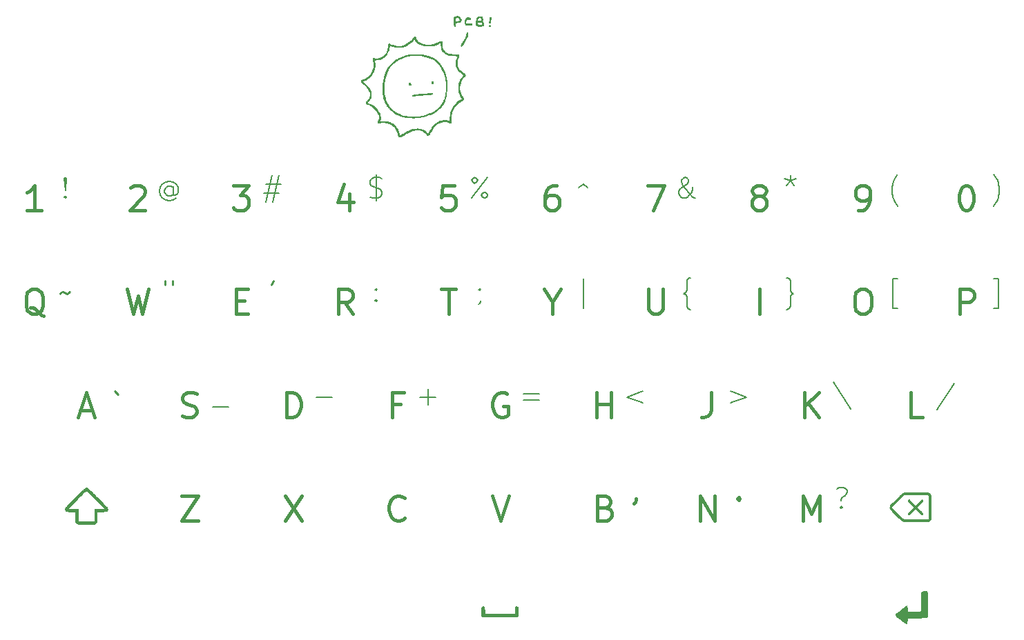
<source format=gbr>
%TF.GenerationSoftware,KiCad,Pcbnew,(6.0.1)*%
%TF.CreationDate,2022-06-29T12:54:24+01:00*%
%TF.ProjectId,Keyboard_mouse,4b657962-6f61-4726-945f-6d6f7573652e,rev?*%
%TF.SameCoordinates,Original*%
%TF.FileFunction,Legend,Top*%
%TF.FilePolarity,Positive*%
%FSLAX46Y46*%
G04 Gerber Fmt 4.6, Leading zero omitted, Abs format (unit mm)*
G04 Created by KiCad (PCBNEW (6.0.1)) date 2022-06-29 12:54:24*
%MOMM*%
%LPD*%
G01*
G04 APERTURE LIST*
%ADD10C,0.381000*%
%ADD11C,0.150000*%
%ADD12C,0.254000*%
G04 APERTURE END LIST*
D10*
X160419142Y-120758857D02*
X160419142Y-117710857D01*
X162160857Y-120758857D01*
X162160857Y-117710857D01*
X109474000Y-117710857D02*
X111506000Y-120758857D01*
X111506000Y-117710857D02*
X109474000Y-120758857D01*
X180049714Y-92310857D02*
X180630285Y-92310857D01*
X180920571Y-92456000D01*
X181210857Y-92746285D01*
X181356000Y-93326857D01*
X181356000Y-94342857D01*
X181210857Y-94923428D01*
X180920571Y-95213714D01*
X180630285Y-95358857D01*
X180049714Y-95358857D01*
X179759428Y-95213714D01*
X179469142Y-94923428D01*
X179324000Y-94342857D01*
X179324000Y-93326857D01*
X179469142Y-92746285D01*
X179759428Y-92456000D01*
X180049714Y-92310857D01*
D11*
X170966190Y-94826666D02*
X171087142Y-94826666D01*
X171329047Y-94705714D01*
X171450000Y-94463809D01*
X171450000Y-93254285D01*
X171570952Y-93012380D01*
X171812857Y-92891428D01*
X171570952Y-92770476D01*
X171450000Y-92528571D01*
X171450000Y-91319047D01*
X171329047Y-91077142D01*
X171087142Y-90956190D01*
X170966190Y-90956190D01*
D10*
X165100000Y-117928571D02*
X165245142Y-118073714D01*
X165100000Y-118218857D01*
X164954857Y-118073714D01*
X165100000Y-117928571D01*
X165100000Y-118218857D01*
X117420571Y-80626857D02*
X117420571Y-82658857D01*
X116694857Y-79465714D02*
X115969142Y-81642857D01*
X117856000Y-81642857D01*
X179759428Y-82658857D02*
X180340000Y-82658857D01*
X180630285Y-82513714D01*
X180775428Y-82368571D01*
X181065714Y-81933142D01*
X181210857Y-81352571D01*
X181210857Y-80191428D01*
X181065714Y-79901142D01*
X180920571Y-79756000D01*
X180630285Y-79610857D01*
X180049714Y-79610857D01*
X179759428Y-79756000D01*
X179614285Y-79901142D01*
X179469142Y-80191428D01*
X179469142Y-80917142D01*
X179614285Y-81207428D01*
X179759428Y-81352571D01*
X180049714Y-81497714D01*
X180630285Y-81497714D01*
X180920571Y-81352571D01*
X181065714Y-81207428D01*
X181210857Y-80917142D01*
X167349714Y-80917142D02*
X167059428Y-80772000D01*
X166914285Y-80626857D01*
X166769142Y-80336571D01*
X166769142Y-80191428D01*
X166914285Y-79901142D01*
X167059428Y-79756000D01*
X167349714Y-79610857D01*
X167930285Y-79610857D01*
X168220571Y-79756000D01*
X168365714Y-79901142D01*
X168510857Y-80191428D01*
X168510857Y-80336571D01*
X168365714Y-80626857D01*
X168220571Y-80772000D01*
X167930285Y-80917142D01*
X167349714Y-80917142D01*
X167059428Y-81062285D01*
X166914285Y-81207428D01*
X166769142Y-81497714D01*
X166769142Y-82078285D01*
X166914285Y-82368571D01*
X167059428Y-82513714D01*
X167349714Y-82658857D01*
X167930285Y-82658857D01*
X168220571Y-82513714D01*
X168365714Y-82368571D01*
X168510857Y-82078285D01*
X168510857Y-81497714D01*
X168365714Y-81207428D01*
X168220571Y-81062285D01*
X167930285Y-80917142D01*
X84364285Y-107188000D02*
X85815714Y-107188000D01*
X84074000Y-108058857D02*
X85090000Y-105010857D01*
X86106000Y-108058857D01*
X187633428Y-108058857D02*
X186182000Y-108058857D01*
X186182000Y-105010857D01*
X103486857Y-93762285D02*
X104502857Y-93762285D01*
X104938285Y-95358857D02*
X103486857Y-95358857D01*
X103486857Y-92310857D01*
X104938285Y-92310857D01*
X90133714Y-92310857D02*
X90859428Y-95358857D01*
X91440000Y-93181714D01*
X92020571Y-95358857D01*
X92746285Y-92310857D01*
D11*
X100632380Y-106800952D02*
X102567619Y-106800952D01*
D10*
X154069142Y-92310857D02*
X154069142Y-94778285D01*
X154214285Y-95068571D01*
X154359428Y-95213714D01*
X154649714Y-95358857D01*
X155230285Y-95358857D01*
X155520571Y-95213714D01*
X155665714Y-95068571D01*
X155810857Y-94778285D01*
X155810857Y-92310857D01*
D11*
X119924285Y-81038095D02*
X120287142Y-81159047D01*
X120891904Y-81159047D01*
X121133809Y-81038095D01*
X121254761Y-80917142D01*
X121375714Y-80675238D01*
X121375714Y-80433333D01*
X121254761Y-80191428D01*
X121133809Y-80070476D01*
X120891904Y-79949523D01*
X120408095Y-79828571D01*
X120166190Y-79707619D01*
X120045238Y-79586666D01*
X119924285Y-79344761D01*
X119924285Y-79102857D01*
X120045238Y-78860952D01*
X120166190Y-78740000D01*
X120408095Y-78619047D01*
X121012857Y-78619047D01*
X121375714Y-78740000D01*
X120650000Y-78256190D02*
X120650000Y-81521904D01*
D10*
X103124000Y-79610857D02*
X105010857Y-79610857D01*
X103994857Y-80772000D01*
X104430285Y-80772000D01*
X104720571Y-80917142D01*
X104865714Y-81062285D01*
X105010857Y-81352571D01*
X105010857Y-82078285D01*
X104865714Y-82368571D01*
X104720571Y-82513714D01*
X104430285Y-82658857D01*
X103559428Y-82658857D01*
X103269142Y-82513714D01*
X103124000Y-82368571D01*
X167640000Y-95358857D02*
X167640000Y-92310857D01*
X109691714Y-108058857D02*
X109691714Y-105010857D01*
X110417428Y-105010857D01*
X110852857Y-105156000D01*
X111143142Y-105446285D01*
X111288285Y-105736571D01*
X111433428Y-106317142D01*
X111433428Y-106752571D01*
X111288285Y-107333142D01*
X111143142Y-107623428D01*
X110852857Y-107913714D01*
X110417428Y-108058857D01*
X109691714Y-108058857D01*
D11*
X196366190Y-94705714D02*
X196970952Y-94705714D01*
X196970952Y-91077142D01*
X196366190Y-91077142D01*
X177679047Y-119017142D02*
X177800000Y-119138095D01*
X177679047Y-119259047D01*
X177558095Y-119138095D01*
X177679047Y-119017142D01*
X177679047Y-119259047D01*
X177195238Y-116840000D02*
X177437142Y-116719047D01*
X178041904Y-116719047D01*
X178283809Y-116840000D01*
X178404761Y-117081904D01*
X178404761Y-117323809D01*
X178283809Y-117565714D01*
X178162857Y-117686666D01*
X177920952Y-117807619D01*
X177800000Y-117928571D01*
X177679047Y-118170476D01*
X177679047Y-118291428D01*
X191588571Y-103898095D02*
X189411428Y-107163809D01*
D12*
X81884761Y-92891428D02*
X82005714Y-92770476D01*
X82247619Y-92649523D01*
X82731428Y-92891428D01*
X82973333Y-92770476D01*
X83094285Y-92649523D01*
D10*
X79901142Y-95649142D02*
X79610857Y-95504000D01*
X79320571Y-95213714D01*
X78885142Y-94778285D01*
X78594857Y-94633142D01*
X78304571Y-94633142D01*
X78449714Y-95358857D02*
X78159428Y-95213714D01*
X77869142Y-94923428D01*
X77724000Y-94342857D01*
X77724000Y-93326857D01*
X77869142Y-92746285D01*
X78159428Y-92456000D01*
X78449714Y-92310857D01*
X79030285Y-92310857D01*
X79320571Y-92456000D01*
X79610857Y-92746285D01*
X79756000Y-93326857D01*
X79756000Y-94342857D01*
X79610857Y-94923428D01*
X79320571Y-95213714D01*
X79030285Y-95358857D01*
X78449714Y-95358857D01*
X124133428Y-120468571D02*
X123988285Y-120613714D01*
X123552857Y-120758857D01*
X123262571Y-120758857D01*
X122827142Y-120613714D01*
X122536857Y-120323428D01*
X122391714Y-120033142D01*
X122246571Y-119452571D01*
X122246571Y-119017142D01*
X122391714Y-118436571D01*
X122536857Y-118146285D01*
X122827142Y-117856000D01*
X123262571Y-117710857D01*
X123552857Y-117710857D01*
X123988285Y-117856000D01*
X124133428Y-118001142D01*
D11*
X138732380Y-105228571D02*
X140667619Y-105228571D01*
X140667619Y-105954285D02*
X138732380Y-105954285D01*
X176711428Y-103777142D02*
X178888571Y-107042857D01*
D10*
X130265714Y-79610857D02*
X128814285Y-79610857D01*
X128669142Y-81062285D01*
X128814285Y-80917142D01*
X129104571Y-80772000D01*
X129830285Y-80772000D01*
X130120571Y-80917142D01*
X130265714Y-81062285D01*
X130410857Y-81352571D01*
X130410857Y-82078285D01*
X130265714Y-82368571D01*
X130120571Y-82513714D01*
X129830285Y-82658857D01*
X129104571Y-82658857D01*
X128814285Y-82513714D01*
X128669142Y-82368571D01*
D12*
X94766190Y-91319047D02*
X94766190Y-91802857D01*
X95733809Y-91319047D02*
X95733809Y-91802857D01*
X108070952Y-91319047D02*
X107829047Y-91802857D01*
D10*
X173191714Y-108058857D02*
X173191714Y-105010857D01*
X174933428Y-108058857D02*
X173627142Y-106317142D01*
X174933428Y-105010857D02*
X173191714Y-106752571D01*
D11*
X145469428Y-79901142D02*
X146050000Y-79465714D01*
X146630571Y-79901142D01*
X159233809Y-94826666D02*
X159112857Y-94826666D01*
X158870952Y-94705714D01*
X158750000Y-94463809D01*
X158750000Y-93254285D01*
X158629047Y-93012380D01*
X158387142Y-92891428D01*
X158629047Y-92770476D01*
X158750000Y-92528571D01*
X158750000Y-91319047D01*
X158870952Y-91077142D01*
X159112857Y-90956190D01*
X159233809Y-90956190D01*
D10*
X161725428Y-105010857D02*
X161725428Y-107188000D01*
X161580285Y-107623428D01*
X161290000Y-107913714D01*
X160854571Y-108058857D01*
X160564285Y-108058857D01*
X96774000Y-117710857D02*
X98806000Y-117710857D01*
X96774000Y-120758857D01*
X98806000Y-120758857D01*
X152545142Y-118073714D02*
X152545142Y-118218857D01*
X152400000Y-118509142D01*
X152254857Y-118654285D01*
X192894857Y-79610857D02*
X193185142Y-79610857D01*
X193475428Y-79756000D01*
X193620571Y-79901142D01*
X193765714Y-80191428D01*
X193910857Y-80772000D01*
X193910857Y-81497714D01*
X193765714Y-82078285D01*
X193620571Y-82368571D01*
X193475428Y-82513714D01*
X193185142Y-82658857D01*
X192894857Y-82658857D01*
X192604571Y-82513714D01*
X192459428Y-82368571D01*
X192314285Y-82078285D01*
X192169142Y-81497714D01*
X192169142Y-80772000D01*
X192314285Y-80191428D01*
X192459428Y-79901142D01*
X192604571Y-79756000D01*
X192894857Y-79610857D01*
X142820571Y-79610857D02*
X142240000Y-79610857D01*
X141949714Y-79756000D01*
X141804571Y-79901142D01*
X141514285Y-80336571D01*
X141369142Y-80917142D01*
X141369142Y-82078285D01*
X141514285Y-82368571D01*
X141659428Y-82513714D01*
X141949714Y-82658857D01*
X142530285Y-82658857D01*
X142820571Y-82513714D01*
X142965714Y-82368571D01*
X143110857Y-82078285D01*
X143110857Y-81352571D01*
X142965714Y-81062285D01*
X142820571Y-80917142D01*
X142530285Y-80772000D01*
X141949714Y-80772000D01*
X141659428Y-80917142D01*
X141514285Y-81062285D01*
X141369142Y-81352571D01*
D11*
X184633809Y-94705714D02*
X184029047Y-94705714D01*
X184029047Y-91077142D01*
X184633809Y-91077142D01*
D12*
X88609714Y-104865714D02*
X89045142Y-105301142D01*
D11*
X164132380Y-104865714D02*
X166067619Y-105591428D01*
X164132380Y-106317142D01*
X146050000Y-94705714D02*
X146050000Y-91077142D01*
D10*
X142240000Y-93907428D02*
X142240000Y-95358857D01*
X141224000Y-92310857D02*
X142240000Y-93907428D01*
X143256000Y-92310857D01*
X172974000Y-120758857D02*
X172974000Y-117710857D01*
X173990000Y-119888000D01*
X175006000Y-117710857D01*
X175006000Y-120758857D01*
X148807714Y-119162285D02*
X149243142Y-119307428D01*
X149388285Y-119452571D01*
X149533428Y-119742857D01*
X149533428Y-120178285D01*
X149388285Y-120468571D01*
X149243142Y-120613714D01*
X148952857Y-120758857D01*
X147791714Y-120758857D01*
X147791714Y-117710857D01*
X148807714Y-117710857D01*
X149098000Y-117856000D01*
X149243142Y-118001142D01*
X149388285Y-118291428D01*
X149388285Y-118581714D01*
X149243142Y-118872000D01*
X149098000Y-119017142D01*
X148807714Y-119162285D01*
X147791714Y-119162285D01*
X96919142Y-107913714D02*
X97354571Y-108058857D01*
X98080285Y-108058857D01*
X98370571Y-107913714D01*
X98515714Y-107768571D01*
X98660857Y-107478285D01*
X98660857Y-107188000D01*
X98515714Y-106897714D01*
X98370571Y-106752571D01*
X98080285Y-106607428D01*
X97499714Y-106462285D01*
X97209428Y-106317142D01*
X97064285Y-106172000D01*
X96919142Y-105881714D01*
X96919142Y-105591428D01*
X97064285Y-105301142D01*
X97209428Y-105156000D01*
X97499714Y-105010857D01*
X98225428Y-105010857D01*
X98660857Y-105156000D01*
X153924000Y-79610857D02*
X155956000Y-79610857D01*
X154649714Y-82658857D01*
D11*
X82550000Y-80917142D02*
X82670952Y-81038095D01*
X82550000Y-81159047D01*
X82429047Y-81038095D01*
X82550000Y-80917142D01*
X82550000Y-81159047D01*
X82550000Y-80191428D02*
X82429047Y-78740000D01*
X82550000Y-78619047D01*
X82670952Y-78740000D01*
X82550000Y-80191428D01*
X82550000Y-78619047D01*
X133470952Y-93738095D02*
X133470952Y-93859047D01*
X133350000Y-94100952D01*
X133229047Y-94221904D01*
X133350000Y-92286666D02*
X133470952Y-92407619D01*
X133350000Y-92528571D01*
X133229047Y-92407619D01*
X133350000Y-92286666D01*
X133350000Y-92528571D01*
X184633809Y-82126666D02*
X184512857Y-82005714D01*
X184270952Y-81642857D01*
X184150000Y-81400952D01*
X184029047Y-81038095D01*
X183908095Y-80433333D01*
X183908095Y-79949523D01*
X184029047Y-79344761D01*
X184150000Y-78981904D01*
X184270952Y-78740000D01*
X184512857Y-78377142D01*
X184633809Y-78256190D01*
D10*
X117783428Y-95358857D02*
X116767428Y-93907428D01*
X116041714Y-95358857D02*
X116041714Y-92310857D01*
X117202857Y-92310857D01*
X117493142Y-92456000D01*
X117638285Y-92601142D01*
X117783428Y-92891428D01*
X117783428Y-93326857D01*
X117638285Y-93617142D01*
X117493142Y-93762285D01*
X117202857Y-93907428D01*
X116041714Y-93907428D01*
X136688285Y-105156000D02*
X136398000Y-105010857D01*
X135962571Y-105010857D01*
X135527142Y-105156000D01*
X135236857Y-105446285D01*
X135091714Y-105736571D01*
X134946571Y-106317142D01*
X134946571Y-106752571D01*
X135091714Y-107333142D01*
X135236857Y-107623428D01*
X135527142Y-107913714D01*
X135962571Y-108058857D01*
X136252857Y-108058857D01*
X136688285Y-107913714D01*
X136833428Y-107768571D01*
X136833428Y-106752571D01*
X136252857Y-106752571D01*
D11*
X120650000Y-93617142D02*
X120770952Y-93738095D01*
X120650000Y-93859047D01*
X120529047Y-93738095D01*
X120650000Y-93617142D01*
X120650000Y-93859047D01*
X120650000Y-92286666D02*
X120770952Y-92407619D01*
X120650000Y-92528571D01*
X120529047Y-92407619D01*
X120650000Y-92286666D01*
X120650000Y-92528571D01*
D10*
X128669142Y-92310857D02*
X130410857Y-92310857D01*
X129540000Y-95358857D02*
X129540000Y-92310857D01*
D11*
X196366190Y-82126666D02*
X196487142Y-82005714D01*
X196729047Y-81642857D01*
X196850000Y-81400952D01*
X196970952Y-81038095D01*
X197091904Y-80433333D01*
X197091904Y-79949523D01*
X196970952Y-79344761D01*
X196850000Y-78981904D01*
X196729047Y-78740000D01*
X196487142Y-78377142D01*
X196366190Y-78256190D01*
X107163809Y-79465714D02*
X108978095Y-79465714D01*
X107889523Y-78377142D02*
X107163809Y-81642857D01*
X108736190Y-80554285D02*
X106921904Y-80554285D01*
X108010476Y-81642857D02*
X108736190Y-78377142D01*
D10*
X134874000Y-117710857D02*
X135890000Y-120758857D01*
X136906000Y-117710857D01*
X192241714Y-95358857D02*
X192241714Y-92310857D01*
X193402857Y-92310857D01*
X193693142Y-92456000D01*
X193838285Y-92601142D01*
X193983428Y-92891428D01*
X193983428Y-93326857D01*
X193838285Y-93617142D01*
X193693142Y-93762285D01*
X193402857Y-93907428D01*
X192241714Y-93907428D01*
D11*
X132382380Y-81159047D02*
X134317619Y-78619047D01*
X132745238Y-78619047D02*
X132987142Y-78740000D01*
X133108095Y-78981904D01*
X132987142Y-79223809D01*
X132745238Y-79344761D01*
X132503333Y-79223809D01*
X132382380Y-78981904D01*
X132503333Y-78740000D01*
X132745238Y-78619047D01*
X134196666Y-81038095D02*
X134317619Y-80796190D01*
X134196666Y-80554285D01*
X133954761Y-80433333D01*
X133712857Y-80554285D01*
X133591904Y-80796190D01*
X133712857Y-81038095D01*
X133954761Y-81159047D01*
X134196666Y-81038095D01*
D10*
X79610857Y-82658857D02*
X77869142Y-82658857D01*
X78740000Y-82658857D02*
X78740000Y-79610857D01*
X78449714Y-80046285D01*
X78159428Y-80336571D01*
X77869142Y-80481714D01*
D11*
X95794285Y-79949523D02*
X95673333Y-79828571D01*
X95431428Y-79707619D01*
X95189523Y-79707619D01*
X94947619Y-79828571D01*
X94826666Y-79949523D01*
X94705714Y-80191428D01*
X94705714Y-80433333D01*
X94826666Y-80675238D01*
X94947619Y-80796190D01*
X95189523Y-80917142D01*
X95431428Y-80917142D01*
X95673333Y-80796190D01*
X95794285Y-80675238D01*
X95794285Y-79707619D02*
X95794285Y-80675238D01*
X95915238Y-80796190D01*
X96036190Y-80796190D01*
X96278095Y-80675238D01*
X96399047Y-80433333D01*
X96399047Y-79828571D01*
X96157142Y-79465714D01*
X95794285Y-79223809D01*
X95310476Y-79102857D01*
X94826666Y-79223809D01*
X94463809Y-79465714D01*
X94221904Y-79828571D01*
X94100952Y-80312380D01*
X94221904Y-80796190D01*
X94463809Y-81159047D01*
X94826666Y-81400952D01*
X95310476Y-81521904D01*
X95794285Y-81400952D01*
X96157142Y-81159047D01*
X113332380Y-105591428D02*
X115267619Y-105591428D01*
D10*
X90569142Y-79901142D02*
X90714285Y-79756000D01*
X91004571Y-79610857D01*
X91730285Y-79610857D01*
X92020571Y-79756000D01*
X92165714Y-79901142D01*
X92310857Y-80191428D01*
X92310857Y-80481714D01*
X92165714Y-80917142D01*
X90424000Y-82658857D01*
X92310857Y-82658857D01*
D11*
X159838571Y-81159047D02*
X159717619Y-81159047D01*
X159475714Y-81038095D01*
X159112857Y-80675238D01*
X158508095Y-79949523D01*
X158266190Y-79586666D01*
X158145238Y-79223809D01*
X158145238Y-78981904D01*
X158266190Y-78740000D01*
X158508095Y-78619047D01*
X158629047Y-78619047D01*
X158870952Y-78740000D01*
X158991904Y-78981904D01*
X158991904Y-79102857D01*
X158870952Y-79344761D01*
X158750000Y-79465714D01*
X158024285Y-79949523D01*
X157903333Y-80070476D01*
X157782380Y-80312380D01*
X157782380Y-80675238D01*
X157903333Y-80917142D01*
X158024285Y-81038095D01*
X158266190Y-81159047D01*
X158629047Y-81159047D01*
X158870952Y-81038095D01*
X158991904Y-80917142D01*
X159354761Y-80433333D01*
X159475714Y-80070476D01*
X159475714Y-79828571D01*
X126032380Y-105591428D02*
X127967619Y-105591428D01*
X127000000Y-106559047D02*
X127000000Y-104623809D01*
X153367619Y-104865714D02*
X151432380Y-105591428D01*
X153367619Y-106317142D01*
D10*
X147719142Y-108058857D02*
X147719142Y-105010857D01*
X147719142Y-106462285D02*
X149460857Y-106462285D01*
X149460857Y-108058857D02*
X149460857Y-105010857D01*
X123625428Y-106462285D02*
X122609428Y-106462285D01*
X122609428Y-108058857D02*
X122609428Y-105010857D01*
X124060857Y-105010857D01*
D11*
X171450000Y-78340857D02*
X171450000Y-79066571D01*
X170724285Y-78776285D02*
X171450000Y-79066571D01*
X172175714Y-78776285D01*
X171014571Y-79647142D02*
X171450000Y-79066571D01*
X171885428Y-79647142D01*
%TO.C,REF\u002A\u002A*%
G36*
X133899606Y-131301634D02*
G01*
X133916300Y-131310860D01*
X133946719Y-131330909D01*
X133970273Y-131352391D01*
X133987966Y-131379838D01*
X134000798Y-131417780D01*
X134009773Y-131470751D01*
X134015892Y-131543281D01*
X134020158Y-131639904D01*
X134023573Y-131765150D01*
X134024367Y-131799515D01*
X134032925Y-132176065D01*
X137678612Y-132176065D01*
X137687170Y-131799515D01*
X137690530Y-131666822D01*
X137694504Y-131563827D01*
X137700093Y-131485998D01*
X137708301Y-131428803D01*
X137720129Y-131387710D01*
X137736579Y-131358186D01*
X137758654Y-131335701D01*
X137787356Y-131315721D01*
X137795237Y-131310860D01*
X137873084Y-131281729D01*
X137953319Y-131283115D01*
X138027699Y-131312995D01*
X138087979Y-131369348D01*
X138098644Y-131385285D01*
X138108125Y-131402742D01*
X138115627Y-131423165D01*
X138121381Y-131450523D01*
X138125616Y-131488786D01*
X138128562Y-131541921D01*
X138130449Y-131613897D01*
X138131506Y-131708685D01*
X138131965Y-131830253D01*
X138132055Y-131962116D01*
X138131933Y-132110450D01*
X138131414Y-132228523D01*
X138130267Y-132320302D01*
X138128262Y-132389756D01*
X138125171Y-132440855D01*
X138120762Y-132477567D01*
X138114807Y-132503862D01*
X138107074Y-132523708D01*
X138098644Y-132538947D01*
X138089795Y-132554679D01*
X138082250Y-132568808D01*
X138074223Y-132581419D01*
X138063925Y-132592598D01*
X138049566Y-132602431D01*
X138029358Y-132611003D01*
X138001513Y-132618401D01*
X137964243Y-132624711D01*
X137915758Y-132630017D01*
X137854270Y-132634406D01*
X137777990Y-132637964D01*
X137685130Y-132640776D01*
X137573902Y-132642929D01*
X137442516Y-132644507D01*
X137289184Y-132645597D01*
X137112118Y-132646284D01*
X136909529Y-132646655D01*
X136679628Y-132646795D01*
X136420628Y-132646790D01*
X136130738Y-132646725D01*
X135852339Y-132646688D01*
X135539777Y-132646667D01*
X135259620Y-132646607D01*
X135010042Y-132646478D01*
X134789218Y-132646253D01*
X134595320Y-132645903D01*
X134426523Y-132645400D01*
X134281000Y-132644716D01*
X134156925Y-132643823D01*
X134052471Y-132642692D01*
X133965813Y-132641296D01*
X133895124Y-132639605D01*
X133838579Y-132637592D01*
X133794349Y-132635228D01*
X133760611Y-132632485D01*
X133735536Y-132629336D01*
X133717299Y-132625751D01*
X133704074Y-132621703D01*
X133694034Y-132617163D01*
X133687158Y-132613213D01*
X133658300Y-132594576D01*
X133635110Y-132575059D01*
X133616970Y-132550902D01*
X133603262Y-132518348D01*
X133593366Y-132473637D01*
X133586664Y-132413010D01*
X133582538Y-132332708D01*
X133580368Y-132228971D01*
X133579535Y-132098042D01*
X133579417Y-131958687D01*
X133579559Y-131810875D01*
X133580100Y-131693309D01*
X133581272Y-131602005D01*
X133583307Y-131532979D01*
X133586440Y-131482245D01*
X133590901Y-131445818D01*
X133596924Y-131419715D01*
X133604741Y-131399949D01*
X133612892Y-131385285D01*
X133668914Y-131323317D01*
X133740869Y-131287371D01*
X133820514Y-131279469D01*
X133899606Y-131301634D01*
G37*
G36*
X127641761Y-66833790D02*
G01*
X127705246Y-66845434D01*
X127734683Y-66876248D01*
X127746356Y-66944795D01*
X127747130Y-66953910D01*
X127744578Y-67037160D01*
X127726538Y-67099407D01*
X127721804Y-67106310D01*
X127672082Y-67133286D01*
X127596078Y-67146993D01*
X127522014Y-67144827D01*
X127481581Y-67128475D01*
X127464395Y-67079510D01*
X127462868Y-67001703D01*
X127474812Y-66921461D01*
X127498043Y-66865189D01*
X127503875Y-66859115D01*
X127560451Y-66837624D01*
X127639404Y-66833575D01*
X127641761Y-66833790D01*
G37*
G36*
X130278261Y-58877945D02*
G01*
X130397767Y-58837286D01*
X130544908Y-58817294D01*
X130693000Y-58819587D01*
X130814381Y-58845410D01*
X130949312Y-58920323D01*
X131053169Y-59024446D01*
X131121610Y-59146833D01*
X131150293Y-59276533D01*
X131134876Y-59402600D01*
X131076873Y-59507321D01*
X131007467Y-59574536D01*
X130923570Y-59620801D01*
X130810892Y-59651647D01*
X130655142Y-59672606D01*
X130648114Y-59673288D01*
X130452171Y-59692105D01*
X130448452Y-59827681D01*
X130444543Y-59972228D01*
X130440287Y-60068749D01*
X130432746Y-60127217D01*
X130418983Y-60157606D01*
X130396058Y-60169888D01*
X130361035Y-60174037D01*
X130346038Y-60175349D01*
X130277448Y-60173818D01*
X130238147Y-60157846D01*
X130237618Y-60157056D01*
X130228738Y-60123769D01*
X130219629Y-60050162D01*
X130210036Y-59932668D01*
X130199707Y-59767717D01*
X130188389Y-59551741D01*
X130176293Y-59291602D01*
X130175859Y-59281842D01*
X130395634Y-59281842D01*
X130395946Y-59365960D01*
X130406947Y-59425365D01*
X130413466Y-59435904D01*
X130462314Y-59452627D01*
X130546965Y-59455415D01*
X130647293Y-59445905D01*
X130743171Y-59425736D01*
X130800429Y-59404411D01*
X130883211Y-59346291D01*
X130908706Y-59281068D01*
X130877558Y-59204997D01*
X130841950Y-59162771D01*
X130735568Y-59077938D01*
X130628231Y-59037974D01*
X130529989Y-59043555D01*
X130450894Y-59095354D01*
X130423808Y-59134699D01*
X130405193Y-59196818D01*
X130395634Y-59281842D01*
X130175859Y-59281842D01*
X130160620Y-58939263D01*
X130278261Y-58877945D01*
G37*
G36*
X124897958Y-66997432D02*
G01*
X124960661Y-67059383D01*
X124987629Y-67145441D01*
X124973658Y-67241538D01*
X124930854Y-67314579D01*
X124877324Y-67342063D01*
X124797583Y-67349838D01*
X124720096Y-67337722D01*
X124681291Y-67316193D01*
X124652658Y-67252434D01*
X124649468Y-67158068D01*
X124672253Y-67054925D01*
X124674767Y-67048117D01*
X124707024Y-66995549D01*
X124762992Y-66975471D01*
X124804726Y-66973656D01*
X124897958Y-66997432D01*
G37*
G36*
X132093226Y-58952768D02*
G01*
X132193208Y-59009197D01*
X132255145Y-59073439D01*
X132276305Y-59136987D01*
X132275263Y-59176112D01*
X132259404Y-59242070D01*
X132217625Y-59270232D01*
X132184061Y-59276003D01*
X132099168Y-59265760D01*
X132048815Y-59237607D01*
X132006060Y-59207466D01*
X131962726Y-59209838D01*
X131911382Y-59233517D01*
X131830546Y-59283838D01*
X131779462Y-59344189D01*
X131743049Y-59434943D01*
X131731180Y-59476906D01*
X131713381Y-59589102D01*
X131727233Y-59654353D01*
X131792783Y-59720015D01*
X131895514Y-59758774D01*
X132018686Y-59765251D01*
X132056547Y-59760197D01*
X132169598Y-59744923D01*
X132290183Y-59735417D01*
X132310000Y-59734677D01*
X132390560Y-59734930D01*
X132430038Y-59749023D01*
X132445344Y-59788010D01*
X132449776Y-59826061D01*
X132449349Y-59891682D01*
X132421758Y-59930997D01*
X132356366Y-59963947D01*
X132260434Y-59989339D01*
X132132724Y-60003752D01*
X131991206Y-60007372D01*
X131853849Y-60000380D01*
X131738623Y-59982960D01*
X131666009Y-59956910D01*
X131573027Y-59865509D01*
X131517543Y-59730328D01*
X131499831Y-59552142D01*
X131501728Y-59493774D01*
X131513659Y-59371128D01*
X131538048Y-59280309D01*
X131583043Y-59195246D01*
X131605662Y-59161292D01*
X131712607Y-59043740D01*
X131836670Y-58967949D01*
X131967120Y-58936700D01*
X132093226Y-58952768D01*
G37*
G36*
X134684114Y-59941814D02*
G01*
X134702565Y-59987022D01*
X134704857Y-60035827D01*
X134699316Y-60104968D01*
X134672462Y-60135558D01*
X134616728Y-60146060D01*
X134547895Y-60146012D01*
X134507871Y-60133965D01*
X134487896Y-60079845D01*
X134495396Y-60008616D01*
X134526691Y-59952159D01*
X134529088Y-59950068D01*
X134590142Y-59925927D01*
X134637945Y-59924742D01*
X134684114Y-59941814D01*
G37*
G36*
X131885941Y-60815027D02*
G01*
X131922963Y-60855518D01*
X131944710Y-60908965D01*
X131962899Y-60992333D01*
X131960906Y-61061274D01*
X131958566Y-61068622D01*
X131940552Y-61142004D01*
X131934668Y-61200579D01*
X131916957Y-61298146D01*
X131871691Y-61432148D01*
X131804599Y-61591449D01*
X131721407Y-61764912D01*
X131627842Y-61941400D01*
X131529631Y-62109779D01*
X131432501Y-62258910D01*
X131342178Y-62377658D01*
X131312125Y-62411146D01*
X131220632Y-62502418D01*
X131154924Y-62553920D01*
X131104792Y-62571434D01*
X131060025Y-62560739D01*
X131053764Y-62557409D01*
X131009851Y-62506131D01*
X131016860Y-62429406D01*
X131074945Y-62326516D01*
X131114833Y-62275056D01*
X131308974Y-62014859D01*
X131472147Y-61745136D01*
X131599569Y-61475902D01*
X131686459Y-61217169D01*
X131726787Y-60993770D01*
X131737281Y-60892501D01*
X131750087Y-60836035D01*
X131772110Y-60811300D01*
X131810256Y-60805223D01*
X131826470Y-60805085D01*
X131885941Y-60815027D01*
G37*
G36*
X121452176Y-67711653D02*
G01*
X121456455Y-67488379D01*
X121465303Y-67278577D01*
X121478695Y-67096515D01*
X121483572Y-67049641D01*
X121501252Y-66908014D01*
X121522034Y-66776098D01*
X121548721Y-66641067D01*
X121584116Y-66490091D01*
X121631020Y-66310345D01*
X121692236Y-66088998D01*
X121697601Y-66069944D01*
X121775903Y-65802591D01*
X121848895Y-65582001D01*
X121922372Y-65397952D01*
X122002128Y-65240220D01*
X122093957Y-65098582D01*
X122203653Y-64962817D01*
X122337010Y-64822702D01*
X122483828Y-64682784D01*
X122593370Y-64580343D01*
X122699915Y-64478889D01*
X122788227Y-64393013D01*
X122826950Y-64354189D01*
X122921973Y-64271966D01*
X123035147Y-64194371D01*
X123084652Y-64166791D01*
X123189799Y-64110568D01*
X123291851Y-64050637D01*
X123333341Y-64023916D01*
X123431734Y-63969466D01*
X123538450Y-63927212D01*
X123551209Y-63923545D01*
X123647267Y-63892388D01*
X123760808Y-63848361D01*
X123815741Y-63824472D01*
X123970312Y-63760591D01*
X124153984Y-63694964D01*
X124346974Y-63633806D01*
X124529500Y-63583332D01*
X124681781Y-63549756D01*
X124699964Y-63546693D01*
X124783296Y-63538045D01*
X124913824Y-63530279D01*
X125080692Y-63523771D01*
X125273041Y-63518894D01*
X125480014Y-63516024D01*
X125605727Y-63515423D01*
X125829129Y-63515357D01*
X126004613Y-63516326D01*
X126142318Y-63519164D01*
X126252384Y-63524705D01*
X126344949Y-63533783D01*
X126430152Y-63547232D01*
X126518132Y-63565887D01*
X126619028Y-63590581D01*
X126666742Y-63602711D01*
X126819613Y-63642826D01*
X126958487Y-63682221D01*
X127098053Y-63725588D01*
X127252997Y-63777616D01*
X127438007Y-63842995D01*
X127578343Y-63893779D01*
X127675291Y-63936948D01*
X127789571Y-63998898D01*
X127868628Y-64048061D01*
X127974110Y-64125230D01*
X128094766Y-64223986D01*
X128220147Y-64334547D01*
X128339804Y-64447133D01*
X128443290Y-64551964D01*
X128520154Y-64639257D01*
X128556596Y-64692056D01*
X128603891Y-64768551D01*
X128670453Y-64858873D01*
X128702751Y-64898113D01*
X128755879Y-64972826D01*
X128824780Y-65088159D01*
X128902939Y-65231122D01*
X128983839Y-65388727D01*
X129060967Y-65547985D01*
X129127807Y-65695906D01*
X129177843Y-65819501D01*
X129201448Y-65892342D01*
X129229142Y-66000902D01*
X129256576Y-66108704D01*
X129260605Y-66124570D01*
X129308477Y-66336246D01*
X129344288Y-66551639D01*
X129369189Y-66782835D01*
X129384332Y-67041916D01*
X129390868Y-67340967D01*
X129391299Y-67496170D01*
X129382327Y-67929982D01*
X129357101Y-68310000D01*
X129315345Y-68638249D01*
X129256782Y-68916749D01*
X129181135Y-69147526D01*
X129157597Y-69202242D01*
X129119678Y-69289899D01*
X129094339Y-69357053D01*
X129087828Y-69382984D01*
X129072551Y-69418892D01*
X129032176Y-69488431D01*
X128974883Y-69577661D01*
X128964457Y-69593183D01*
X128819115Y-69803006D01*
X128692547Y-69972611D01*
X128575463Y-70112602D01*
X128458570Y-70233584D01*
X128332578Y-70346161D01*
X128237478Y-70422923D01*
X128101223Y-70525456D01*
X127955170Y-70628678D01*
X127808643Y-70726707D01*
X127670967Y-70813660D01*
X127551465Y-70883655D01*
X127459462Y-70930810D01*
X127404280Y-70949242D01*
X127403152Y-70949294D01*
X127355625Y-70958942D01*
X127270250Y-70983323D01*
X127163826Y-71017566D01*
X127141895Y-71025032D01*
X126918943Y-71099633D01*
X126716807Y-71163351D01*
X126543075Y-71214020D01*
X126405334Y-71249471D01*
X126311173Y-71267537D01*
X126286571Y-71269417D01*
X126216280Y-71274665D01*
X126109912Y-71288042D01*
X125988433Y-71306851D01*
X125967257Y-71310488D01*
X125743146Y-71340673D01*
X125487673Y-71360600D01*
X125224040Y-71369385D01*
X124975452Y-71366147D01*
X124806114Y-71354625D01*
X124532266Y-71323514D01*
X124284728Y-71288871D01*
X124071848Y-71252107D01*
X123901974Y-71214632D01*
X123802684Y-71185101D01*
X123614965Y-71116381D01*
X123465527Y-71058060D01*
X123359727Y-71012344D01*
X123302922Y-70981437D01*
X123298080Y-70977392D01*
X123246885Y-70953725D01*
X123219910Y-70950570D01*
X123164217Y-70936638D01*
X123085991Y-70901780D01*
X123058802Y-70886929D01*
X123001739Y-70846953D01*
X122914625Y-70777420D01*
X122806859Y-70686713D01*
X122687838Y-70583219D01*
X122566963Y-70475321D01*
X122453631Y-70371403D01*
X122357243Y-70279851D01*
X122287197Y-70209048D01*
X122253626Y-70168662D01*
X122218867Y-70124432D01*
X122157017Y-70057189D01*
X122101226Y-70000967D01*
X122034357Y-69930427D01*
X121988866Y-69872241D01*
X121975828Y-69844315D01*
X121960694Y-69803873D01*
X121921154Y-69731906D01*
X121869826Y-69650251D01*
X121790017Y-69505774D01*
X121709780Y-69316676D01*
X121633418Y-69096202D01*
X121565232Y-68857596D01*
X121509526Y-68614102D01*
X121481218Y-68454113D01*
X121466986Y-68319630D01*
X121457417Y-68141546D01*
X121452771Y-67946034D01*
X121690419Y-67946034D01*
X121694049Y-68101287D01*
X121702972Y-68236673D01*
X121717593Y-68364875D01*
X121726199Y-68423989D01*
X121770528Y-68650656D01*
X121833159Y-68885966D01*
X121908923Y-69114975D01*
X121992652Y-69322739D01*
X122079175Y-69494314D01*
X122117690Y-69555800D01*
X122175836Y-69643033D01*
X122218321Y-69710681D01*
X122236863Y-69745491D01*
X122237085Y-69746802D01*
X122256817Y-69789830D01*
X122310853Y-69864066D01*
X122391456Y-69960675D01*
X122490889Y-70070827D01*
X122601415Y-70185688D01*
X122715296Y-70296427D01*
X122732947Y-70312836D01*
X122928393Y-70484886D01*
X123104536Y-70619701D01*
X123276160Y-70727041D01*
X123458049Y-70816669D01*
X123560116Y-70858933D01*
X123824700Y-70954778D01*
X124086870Y-71031781D01*
X124360471Y-71092872D01*
X124659345Y-71140984D01*
X124997337Y-71179048D01*
X125125428Y-71190372D01*
X125275573Y-71192684D01*
X125473176Y-71178216D01*
X125721336Y-71146685D01*
X125880171Y-71122022D01*
X126267298Y-71046917D01*
X126654554Y-70949590D01*
X127020304Y-70835895D01*
X127243208Y-70753215D01*
X127375823Y-70694311D01*
X127525298Y-70618728D01*
X127676477Y-70535076D01*
X127814199Y-70451965D01*
X127923308Y-70378006D01*
X127970228Y-70340260D01*
X128040428Y-70281757D01*
X128102119Y-70238221D01*
X128111117Y-70233101D01*
X128164839Y-70194674D01*
X128239892Y-70128472D01*
X128325706Y-70045452D01*
X128411710Y-69956569D01*
X128487334Y-69872779D01*
X128542008Y-69805038D01*
X128565160Y-69764301D01*
X128565337Y-69762321D01*
X128583688Y-69716191D01*
X128630686Y-69647321D01*
X128669514Y-69600742D01*
X128724256Y-69527351D01*
X128793350Y-69416787D01*
X128867399Y-69284856D01*
X128928386Y-69165313D01*
X128991201Y-69032593D01*
X129037049Y-68924309D01*
X129070882Y-68823607D01*
X129097650Y-68713632D01*
X129122306Y-68577529D01*
X129145840Y-68425085D01*
X129196086Y-68021638D01*
X129223169Y-67645012D01*
X129226710Y-67303940D01*
X129207384Y-67016152D01*
X129162754Y-66670420D01*
X129114965Y-66379083D01*
X129063184Y-66138525D01*
X129006580Y-65945131D01*
X128944319Y-65795284D01*
X128913524Y-65739942D01*
X128874587Y-65672675D01*
X128819687Y-65572919D01*
X128759339Y-65459855D01*
X128746398Y-65435142D01*
X128682817Y-65313949D01*
X128619389Y-65194199D01*
X128568483Y-65099227D01*
X128562789Y-65088740D01*
X128520614Y-65026724D01*
X128447130Y-64933717D01*
X128351542Y-64820009D01*
X128243051Y-64695894D01*
X128130862Y-64571662D01*
X128024176Y-64457607D01*
X127932197Y-64364021D01*
X127864128Y-64301195D01*
X127846231Y-64287379D01*
X127698065Y-64195823D01*
X127525322Y-64110959D01*
X127320403Y-64029890D01*
X127075704Y-63949715D01*
X126783626Y-63867538D01*
X126663943Y-63836531D01*
X126476388Y-63790092D01*
X126325736Y-63756882D01*
X126193068Y-63734171D01*
X126059466Y-63719227D01*
X125906012Y-63709321D01*
X125735028Y-63702445D01*
X125339306Y-63702249D01*
X124973184Y-63732456D01*
X124619716Y-63796165D01*
X124261953Y-63896475D01*
X123882948Y-64036485D01*
X123862685Y-64044768D01*
X123744303Y-64092182D01*
X123644824Y-64129825D01*
X123577143Y-64152939D01*
X123555816Y-64157933D01*
X123509025Y-64174707D01*
X123427266Y-64220261D01*
X123321076Y-64287319D01*
X123200993Y-64368607D01*
X123077554Y-64456848D01*
X122961297Y-64544769D01*
X122862758Y-64625094D01*
X122810088Y-64672787D01*
X122615557Y-64863630D01*
X122463551Y-65017672D01*
X122352827Y-65136252D01*
X122282137Y-65220707D01*
X122250237Y-65272378D01*
X122249221Y-65275485D01*
X122227011Y-65337449D01*
X122191415Y-65423446D01*
X122177216Y-65455469D01*
X122142020Y-65545224D01*
X122101569Y-65666132D01*
X122064286Y-65792921D01*
X122062348Y-65800109D01*
X122027166Y-65923012D01*
X121990338Y-66038356D01*
X121959353Y-66122807D01*
X121957094Y-66128124D01*
X121931317Y-66197494D01*
X121895242Y-66307526D01*
X121853740Y-66442839D01*
X121813445Y-66581770D01*
X121779744Y-66704477D01*
X121754360Y-66808313D01*
X121735768Y-66905669D01*
X121722445Y-67008937D01*
X121712867Y-67130506D01*
X121705509Y-67282768D01*
X121698849Y-67478113D01*
X121697413Y-67525199D01*
X121691676Y-67758232D01*
X121690419Y-67946034D01*
X121452771Y-67946034D01*
X121452488Y-67934132D01*
X121452176Y-67711653D01*
G37*
G36*
X127579369Y-68274655D02*
G01*
X127601247Y-68308415D01*
X127602737Y-68364511D01*
X127601968Y-68373008D01*
X127592857Y-68466473D01*
X127302571Y-68501725D01*
X127167765Y-68516399D01*
X126994043Y-68532830D01*
X126800444Y-68549344D01*
X126606009Y-68564268D01*
X126533314Y-68569346D01*
X126348849Y-68582457D01*
X126162561Y-68596821D01*
X125991797Y-68611027D01*
X125853903Y-68623663D01*
X125807600Y-68628416D01*
X125588498Y-68651724D01*
X125420175Y-68668364D01*
X125295757Y-68678532D01*
X125208372Y-68682425D01*
X125151149Y-68680238D01*
X125117213Y-68672168D01*
X125099695Y-68658409D01*
X125094663Y-68648742D01*
X125084374Y-68579759D01*
X125086980Y-68550695D01*
X125098334Y-68530043D01*
X125126874Y-68511119D01*
X125176855Y-68493360D01*
X125252536Y-68476204D01*
X125358173Y-68459088D01*
X125498022Y-68441450D01*
X125676340Y-68422725D01*
X125897383Y-68402352D01*
X126165409Y-68379768D01*
X126484674Y-68354410D01*
X126692971Y-68338365D01*
X126861957Y-68324366D01*
X127035310Y-68308165D01*
X127191554Y-68291867D01*
X127299828Y-68278852D01*
X127437818Y-68262728D01*
X127527946Y-68260377D01*
X127579369Y-68274655D01*
G37*
G36*
X132899451Y-59543921D02*
G01*
X132910666Y-59437770D01*
X133124971Y-59437770D01*
X133126143Y-59474294D01*
X133143057Y-59472977D01*
X133169637Y-59451676D01*
X133236185Y-59413960D01*
X133322471Y-59387064D01*
X133327000Y-59386220D01*
X133453642Y-59346719D01*
X133530932Y-59284271D01*
X133556435Y-59202278D01*
X133528178Y-59105005D01*
X133484079Y-59060407D01*
X133412903Y-59052237D01*
X133304940Y-59079466D01*
X133300690Y-59080938D01*
X133231093Y-59113831D01*
X133185916Y-59163040D01*
X133156493Y-59242932D01*
X133136216Y-59353656D01*
X133124971Y-59437770D01*
X132910666Y-59437770D01*
X132915160Y-59395238D01*
X132922141Y-59327723D01*
X132939481Y-59182119D01*
X132958211Y-59082217D01*
X132981484Y-59015689D01*
X133012454Y-58970208D01*
X133014003Y-58968539D01*
X133120137Y-58895653D01*
X133270768Y-58856583D01*
X133467540Y-58850903D01*
X133468172Y-58850934D01*
X133574091Y-58859193D01*
X133640144Y-58875209D01*
X133684506Y-58905520D01*
X133712426Y-58938795D01*
X133752870Y-59023941D01*
X133778793Y-59137921D01*
X133787556Y-59257219D01*
X133776523Y-59358318D01*
X133763426Y-59393466D01*
X133745000Y-59443995D01*
X133766357Y-59469733D01*
X133775764Y-59473719D01*
X133838572Y-59526176D01*
X133881743Y-59617254D01*
X133902081Y-59729892D01*
X133896389Y-59847029D01*
X133864307Y-59946269D01*
X133795048Y-60030952D01*
X133686795Y-60087104D01*
X133534317Y-60116689D01*
X133394184Y-60122641D01*
X133269278Y-60119660D01*
X133179339Y-60107498D01*
X133101401Y-60080784D01*
X133012499Y-60034147D01*
X133010262Y-60032866D01*
X132854181Y-59943363D01*
X132873119Y-59782234D01*
X132878819Y-59731810D01*
X133096128Y-59731810D01*
X133116105Y-59795843D01*
X133179805Y-59847087D01*
X133202628Y-59859679D01*
X133299778Y-59903064D01*
X133384185Y-59915873D01*
X133482651Y-59900198D01*
X133534801Y-59885577D01*
X133635735Y-59842853D01*
X133679418Y-59791805D01*
X133666174Y-59731570D01*
X133613819Y-59675349D01*
X133554500Y-59631737D01*
X133498000Y-59612919D01*
X133420242Y-59613367D01*
X133367791Y-59618862D01*
X133249076Y-59624517D01*
X133177685Y-59608765D01*
X133170355Y-59603729D01*
X133136693Y-59589180D01*
X133115674Y-59624016D01*
X133112227Y-59636073D01*
X133096128Y-59731810D01*
X132878819Y-59731810D01*
X132884615Y-59680536D01*
X132899451Y-59543921D01*
G37*
G36*
X118782685Y-66814583D02*
G01*
X118796951Y-66754235D01*
X118844565Y-66699340D01*
X118932754Y-66644448D01*
X119068744Y-66584106D01*
X119109219Y-66568237D01*
X119345114Y-66459485D01*
X119575860Y-66320454D01*
X119780335Y-66164639D01*
X119866119Y-66084656D01*
X119983586Y-65939859D01*
X120094377Y-65755527D01*
X120193270Y-65545706D01*
X120275042Y-65324443D01*
X120334472Y-65105783D01*
X120366336Y-64903773D01*
X120366252Y-64739488D01*
X120350883Y-64635371D01*
X120325931Y-64499541D01*
X120296013Y-64356577D01*
X120286406Y-64314458D01*
X120261247Y-64192867D01*
X120245554Y-64088632D01*
X120241416Y-64017359D01*
X120244215Y-63999260D01*
X120273479Y-63968542D01*
X120333772Y-63961019D01*
X120432423Y-63977047D01*
X120570624Y-64015106D01*
X120630235Y-64030065D01*
X120688556Y-64034195D01*
X120760121Y-64025917D01*
X120859466Y-64003654D01*
X120985926Y-63970003D01*
X121248429Y-63881061D01*
X121463931Y-63769325D01*
X121640672Y-63629854D01*
X121743681Y-63515692D01*
X121916193Y-63258271D01*
X122039569Y-62981793D01*
X122116826Y-62678148D01*
X122145862Y-62434296D01*
X122155284Y-62309611D01*
X122164924Y-62231405D01*
X122178898Y-62188231D01*
X122201321Y-62168641D01*
X122236310Y-62161189D01*
X122244403Y-62160236D01*
X122328623Y-62171124D01*
X122404060Y-62207077D01*
X122587005Y-62308961D01*
X122810614Y-62391060D01*
X123059920Y-62450212D01*
X123319961Y-62483254D01*
X123575771Y-62487025D01*
X123686898Y-62478174D01*
X123924206Y-62427773D01*
X124175697Y-62332638D01*
X124429483Y-62199907D01*
X124673676Y-62036720D01*
X124896388Y-61850217D01*
X125085731Y-61647538D01*
X125100308Y-61629283D01*
X125171228Y-61536066D01*
X125228208Y-61455343D01*
X125261091Y-61401662D01*
X125264234Y-61394515D01*
X125303748Y-61355914D01*
X125378628Y-61327413D01*
X125389807Y-61325098D01*
X125469322Y-61317428D01*
X125517028Y-61336295D01*
X125536475Y-61358073D01*
X125568148Y-61420424D01*
X125575394Y-61456518D01*
X125587291Y-61504923D01*
X125618326Y-61586742D01*
X125657947Y-61675942D01*
X125765040Y-61848231D01*
X125907206Y-61999152D01*
X126067267Y-62110537D01*
X126070423Y-62112180D01*
X126291928Y-62203690D01*
X126549253Y-62272336D01*
X126823822Y-62315536D01*
X127097054Y-62330705D01*
X127350371Y-62315260D01*
X127433200Y-62301691D01*
X127536322Y-62280025D01*
X127630198Y-62256337D01*
X127727955Y-62226333D01*
X127842725Y-62185719D01*
X127987636Y-62130200D01*
X128129885Y-62073848D01*
X128302841Y-62008338D01*
X128437263Y-61966361D01*
X128545990Y-61944403D01*
X128623371Y-61938889D01*
X128783028Y-61937199D01*
X128800962Y-62271027D01*
X128820310Y-62492815D01*
X128855029Y-62673953D01*
X128910034Y-62830898D01*
X128990241Y-62980109D01*
X129031446Y-63042718D01*
X129141913Y-63177043D01*
X129274390Y-63286451D01*
X129435008Y-63373203D01*
X129629900Y-63439557D01*
X129865197Y-63487773D01*
X130147032Y-63520109D01*
X130365085Y-63534021D01*
X130519149Y-63543066D01*
X130655256Y-63554115D01*
X130761502Y-63565974D01*
X130825986Y-63577449D01*
X130836800Y-63581318D01*
X130870572Y-63613619D01*
X130883734Y-63668688D01*
X130875470Y-63753794D01*
X130844967Y-63876206D01*
X130791409Y-64043194D01*
X130781937Y-64070799D01*
X130704864Y-64338893D01*
X130663681Y-64588697D01*
X130659403Y-64811198D01*
X130681991Y-64958632D01*
X130743273Y-65123157D01*
X130845670Y-65284374D01*
X130994208Y-65448896D01*
X131176494Y-65609313D01*
X131346099Y-65748347D01*
X131474174Y-65857649D01*
X131565718Y-65942213D01*
X131625726Y-66007034D01*
X131659196Y-66057105D01*
X131671126Y-66097420D01*
X131671371Y-66103860D01*
X131646005Y-66167615D01*
X131570687Y-66257372D01*
X131502224Y-66322879D01*
X131381944Y-66449208D01*
X131277529Y-66599528D01*
X131182873Y-66784444D01*
X131091867Y-67014557D01*
X131073404Y-67067410D01*
X130996528Y-67315350D01*
X130950912Y-67522158D01*
X130935359Y-67694841D01*
X130944833Y-67819733D01*
X130999079Y-68044739D01*
X131087433Y-68293567D01*
X131202950Y-68548988D01*
X131335113Y-68787942D01*
X131403524Y-68908910D01*
X131436357Y-69000577D01*
X131429784Y-69073145D01*
X131379975Y-69136812D01*
X131283099Y-69201778D01*
X131154568Y-69268769D01*
X130901144Y-69422212D01*
X130659119Y-69622478D01*
X130439535Y-69858333D01*
X130253436Y-70118543D01*
X130166146Y-70274304D01*
X130080104Y-70461083D01*
X130014584Y-70644541D01*
X129966743Y-70837860D01*
X129933738Y-71054219D01*
X129912727Y-71306801D01*
X129904469Y-71487599D01*
X129886114Y-72010113D01*
X129803262Y-72019590D01*
X129705186Y-72003516D01*
X129658119Y-71972418D01*
X129512722Y-71878124D01*
X129333140Y-71823663D01*
X129126644Y-71808223D01*
X128900506Y-71830991D01*
X128662000Y-71891156D01*
X128418395Y-71987907D01*
X128176966Y-72120432D01*
X128144400Y-72141370D01*
X128006539Y-72247045D01*
X127873694Y-72382464D01*
X127740035Y-72554840D01*
X127599730Y-72771389D01*
X127508198Y-72928599D01*
X127402842Y-73113447D01*
X127319420Y-73253279D01*
X127252793Y-73354437D01*
X127197822Y-73423263D01*
X127149368Y-73466097D01*
X127102289Y-73489283D01*
X127051448Y-73499161D01*
X127045356Y-73499712D01*
X126992007Y-73501127D01*
X126947118Y-73490075D01*
X126899098Y-73458918D01*
X126836354Y-73400018D01*
X126747294Y-73305736D01*
X126741552Y-73299535D01*
X126584749Y-73148579D01*
X126423177Y-73035265D01*
X126239870Y-72950040D01*
X126017860Y-72883353D01*
X125990704Y-72876822D01*
X125869428Y-72851396D01*
X125770028Y-72841001D01*
X125666035Y-72844709D01*
X125535711Y-72860911D01*
X125351616Y-72892702D01*
X125177544Y-72935086D01*
X125004457Y-72991904D01*
X124823322Y-73067001D01*
X124625102Y-73164220D01*
X124400763Y-73287405D01*
X124141269Y-73440399D01*
X124065885Y-73486171D01*
X123917723Y-73575177D01*
X123807570Y-73637058D01*
X123724882Y-73676515D01*
X123659113Y-73698252D01*
X123599720Y-73706972D01*
X123568697Y-73707922D01*
X123472120Y-73699154D01*
X123408913Y-73675339D01*
X123400757Y-73667788D01*
X123377060Y-73617308D01*
X123352956Y-73532113D01*
X123340866Y-73471845D01*
X123313662Y-73318061D01*
X123289225Y-73203873D01*
X123262248Y-73111383D01*
X123227423Y-73022695D01*
X123179443Y-72919913D01*
X123173698Y-72908131D01*
X123069197Y-72723963D01*
X122942046Y-72546277D01*
X122803497Y-72388365D01*
X122664802Y-72263518D01*
X122579451Y-72206140D01*
X122300918Y-72080313D01*
X121989497Y-71996375D01*
X121654111Y-71955931D01*
X121303679Y-71960587D01*
X121244199Y-71965884D01*
X121090223Y-71979354D01*
X120984726Y-71983513D01*
X120918875Y-71978318D01*
X120884304Y-71964119D01*
X120848233Y-71898332D01*
X120852493Y-71800890D01*
X120895649Y-71680467D01*
X120946057Y-71590544D01*
X121023304Y-71434031D01*
X121047611Y-71281994D01*
X121020753Y-71119497D01*
X121007001Y-71077591D01*
X120878624Y-70776724D01*
X120717753Y-70512387D01*
X120519212Y-70279182D01*
X120277829Y-70071707D01*
X119988427Y-69884565D01*
X119740628Y-69756145D01*
X119597666Y-69686080D01*
X119499860Y-69630906D01*
X119438840Y-69583029D01*
X119406237Y-69534856D01*
X119393681Y-69478793D01*
X119392285Y-69440112D01*
X119397835Y-69376926D01*
X119421226Y-69324187D01*
X119472567Y-69266160D01*
X119546286Y-69200456D01*
X119697942Y-69037871D01*
X119811248Y-68847672D01*
X119882864Y-68641207D01*
X119909447Y-68429829D01*
X119887654Y-68224888D01*
X119860047Y-68134799D01*
X119787204Y-67986633D01*
X119675951Y-67816395D01*
X119535313Y-67635487D01*
X119374315Y-67455311D01*
X119201981Y-67287270D01*
X119159263Y-67249427D01*
X119016657Y-67123590D01*
X118913818Y-67026946D01*
X118844913Y-66952756D01*
X118804106Y-66894284D01*
X118790527Y-66858040D01*
X119102000Y-66858040D01*
X119122905Y-66887761D01*
X119175134Y-66935713D01*
X119196343Y-66952678D01*
X119338622Y-67074337D01*
X119497106Y-67228926D01*
X119656586Y-67400551D01*
X119801849Y-67573321D01*
X119849592Y-67635213D01*
X119962739Y-67797240D01*
X120040688Y-67941342D01*
X120088576Y-68084702D01*
X120111541Y-68244504D01*
X120114721Y-68437934D01*
X120112238Y-68513700D01*
X120104234Y-68662474D01*
X120092236Y-68770866D01*
X120072648Y-68856550D01*
X120041876Y-68937202D01*
X120014373Y-68994901D01*
X119944064Y-69112752D01*
X119853580Y-69234832D01*
X119792105Y-69303905D01*
X119654895Y-69442496D01*
X119792105Y-69506147D01*
X120163066Y-69703255D01*
X120482151Y-69926354D01*
X120749426Y-70175507D01*
X120964960Y-70450774D01*
X121094782Y-70678667D01*
X121156807Y-70808558D01*
X121197610Y-70906179D01*
X121222225Y-70991037D01*
X121235689Y-71082642D01*
X121243036Y-71200502D01*
X121245516Y-71262694D01*
X121249006Y-71408596D01*
X121245682Y-71509321D01*
X121234325Y-71577476D01*
X121213718Y-71625672D01*
X121209866Y-71631787D01*
X121176058Y-71690433D01*
X121163014Y-71726063D01*
X121189829Y-71735068D01*
X121261659Y-71740064D01*
X121365559Y-71740420D01*
X121423316Y-71738746D01*
X121757726Y-71744090D01*
X122078724Y-71784775D01*
X122375367Y-71858465D01*
X122636708Y-71962823D01*
X122741621Y-72020218D01*
X122873837Y-72119402D01*
X123015882Y-72258517D01*
X123155878Y-72423649D01*
X123281948Y-72600883D01*
X123375460Y-72762743D01*
X123412532Y-72851948D01*
X123454707Y-72977304D01*
X123496874Y-73120447D01*
X123533920Y-73263014D01*
X123560733Y-73386642D01*
X123572018Y-73468799D01*
X123581927Y-73475337D01*
X123614087Y-73464759D01*
X123674363Y-73433928D01*
X123768621Y-73379706D01*
X123902727Y-73298957D01*
X123993314Y-73243504D01*
X124269202Y-73078552D01*
X124509416Y-72946239D01*
X124723670Y-72843003D01*
X124921683Y-72765286D01*
X125113169Y-72709527D01*
X125307845Y-72672166D01*
X125515427Y-72649643D01*
X125633637Y-72642523D01*
X125794296Y-72636934D01*
X125916875Y-72638769D01*
X126021067Y-72649690D01*
X126126562Y-72671360D01*
X126198820Y-72690252D01*
X126418311Y-72762083D01*
X126596752Y-72849241D01*
X126750869Y-72961359D01*
X126867918Y-73075525D01*
X126942842Y-73154488D01*
X127002380Y-73213585D01*
X127036050Y-73242515D01*
X127039192Y-73243827D01*
X127060162Y-73220348D01*
X127096042Y-73160666D01*
X127117314Y-73120456D01*
X127216712Y-72936418D01*
X127331376Y-72743021D01*
X127452308Y-72554074D01*
X127570511Y-72383388D01*
X127676989Y-72244773D01*
X127720670Y-72194361D01*
X127937976Y-71995770D01*
X128194151Y-71827240D01*
X128473534Y-71698898D01*
X128503075Y-71688341D01*
X128697750Y-71636719D01*
X128916832Y-71605082D01*
X129143346Y-71593808D01*
X129360320Y-71603271D01*
X129550780Y-71633846D01*
X129646693Y-71663027D01*
X129668918Y-71666934D01*
X129683529Y-71652097D01*
X129692098Y-71609248D01*
X129696197Y-71529119D01*
X129697397Y-71402444D01*
X129697428Y-71363878D01*
X129718216Y-70975045D01*
X129781705Y-70621111D01*
X129889584Y-70295884D01*
X130043544Y-69993168D01*
X130092452Y-69915678D01*
X130157172Y-69828386D01*
X130251361Y-69715458D01*
X130362494Y-69591344D01*
X130478045Y-69470494D01*
X130480543Y-69467979D01*
X130622627Y-69330310D01*
X130741506Y-69228176D01*
X130849943Y-69151536D01*
X130960171Y-69090608D01*
X131057669Y-69042734D01*
X131133008Y-69005460D01*
X131172679Y-68985479D01*
X131175288Y-68984062D01*
X131168171Y-68960195D01*
X131142199Y-68926005D01*
X131095269Y-68857905D01*
X131035224Y-68749492D01*
X130968778Y-68615021D01*
X130902645Y-68468744D01*
X130843539Y-68324915D01*
X130798174Y-68197787D01*
X130796168Y-68191424D01*
X130743939Y-67949604D01*
X130725934Y-67681613D01*
X130742133Y-67408162D01*
X130792515Y-67149963D01*
X130797229Y-67133313D01*
X130866147Y-66928442D01*
X130953103Y-66720453D01*
X131050614Y-66524419D01*
X131151197Y-66355407D01*
X131245510Y-66230547D01*
X131375536Y-66085926D01*
X131167854Y-65922405D01*
X130968122Y-65755943D01*
X130797232Y-65594884D01*
X130661872Y-65446146D01*
X130568728Y-65316645D01*
X130550943Y-65284418D01*
X130488170Y-65110893D01*
X130451774Y-64899120D01*
X130441736Y-64662562D01*
X130458039Y-64414681D01*
X130500666Y-64168940D01*
X130552635Y-63986070D01*
X130586339Y-63884092D01*
X130609932Y-63806192D01*
X130619340Y-63766035D01*
X130619012Y-63763507D01*
X130589062Y-63759582D01*
X130511540Y-63753647D01*
X130396872Y-63746393D01*
X130255479Y-63738509D01*
X130190904Y-63735189D01*
X129887070Y-63712318D01*
X129632367Y-63674980D01*
X129419031Y-63620277D01*
X129239299Y-63545312D01*
X129085410Y-63447186D01*
X128949599Y-63323003D01*
X128883584Y-63247216D01*
X128762511Y-63077093D01*
X128679430Y-62904536D01*
X128628164Y-62712452D01*
X128602536Y-62483745D01*
X128601598Y-62466970D01*
X128592767Y-62346805D01*
X128581126Y-62251971D01*
X128568468Y-62194904D01*
X128560790Y-62183942D01*
X128525065Y-62193888D01*
X128446857Y-62220970D01*
X128337702Y-62261053D01*
X128209137Y-62310000D01*
X128209071Y-62310026D01*
X127939385Y-62408425D01*
X127705919Y-62479211D01*
X127495288Y-62524941D01*
X127294111Y-62548173D01*
X127089004Y-62551464D01*
X126974138Y-62545998D01*
X126629612Y-62512192D01*
X126335385Y-62458218D01*
X126086514Y-62381764D01*
X125878055Y-62280522D01*
X125705065Y-62152180D01*
X125562601Y-61994429D01*
X125464535Y-61840489D01*
X125379937Y-61685722D01*
X125267197Y-61823746D01*
X125044224Y-62056402D01*
X124772485Y-62270569D01*
X124459922Y-62460203D01*
X124370685Y-62505860D01*
X124022343Y-62677542D01*
X123644971Y-62695384D01*
X123326977Y-62696941D01*
X123029388Y-62671927D01*
X122764503Y-62621786D01*
X122608044Y-62573596D01*
X122489508Y-62531020D01*
X122414885Y-62510696D01*
X122374046Y-62513657D01*
X122356864Y-62540936D01*
X122353211Y-62593565D01*
X122353200Y-62599574D01*
X122329847Y-62822692D01*
X122264142Y-63062278D01*
X122162620Y-63303481D01*
X122031811Y-63531447D01*
X121878248Y-63731323D01*
X121835420Y-63776837D01*
X121627021Y-63955763D01*
X121396082Y-64089592D01*
X121135223Y-64181507D01*
X120837068Y-64234690D01*
X120756628Y-64242245D01*
X120538914Y-64259485D01*
X120553428Y-64419142D01*
X120565623Y-64616912D01*
X120568320Y-64823047D01*
X120562126Y-65022611D01*
X120547650Y-65200667D01*
X120525498Y-65342277D01*
X120514051Y-65387292D01*
X120420169Y-65645889D01*
X120300866Y-65889818D01*
X120164575Y-66103562D01*
X120049869Y-66241466D01*
X119917385Y-66363265D01*
X119752833Y-66490277D01*
X119573930Y-66610609D01*
X119398393Y-66712368D01*
X119243940Y-66783659D01*
X119239885Y-66785178D01*
X119161276Y-66818267D01*
X119111347Y-66846756D01*
X119102000Y-66858040D01*
X118790527Y-66858040D01*
X118785563Y-66844792D01*
X118782685Y-66814583D01*
G37*
G36*
X134742038Y-58939586D02*
G01*
X134783052Y-58955782D01*
X134790809Y-58994149D01*
X134790850Y-59075600D01*
X134784542Y-59185878D01*
X134773250Y-59310726D01*
X134758342Y-59435888D01*
X134741186Y-59547104D01*
X134723146Y-59630118D01*
X134716384Y-59651199D01*
X134674928Y-59698839D01*
X134612770Y-59717334D01*
X134553876Y-59704138D01*
X134526076Y-59671425D01*
X134522546Y-59625949D01*
X134525947Y-59536218D01*
X134535479Y-59415515D01*
X134549184Y-59286797D01*
X134589594Y-58947256D01*
X134672533Y-58937729D01*
X134742038Y-58939586D01*
G37*
G36*
X186065172Y-118173150D02*
G01*
X186082070Y-118179529D01*
X186093237Y-118188568D01*
X186117038Y-118210338D01*
X186152038Y-118243449D01*
X186196807Y-118286515D01*
X186249909Y-118338146D01*
X186309913Y-118396956D01*
X186375386Y-118461555D01*
X186444894Y-118530556D01*
X186460073Y-118545679D01*
X186816311Y-118900820D01*
X187172549Y-118545679D01*
X187242731Y-118475920D01*
X187309183Y-118410267D01*
X187370471Y-118350109D01*
X187425162Y-118296834D01*
X187471825Y-118251829D01*
X187509024Y-118216482D01*
X187535329Y-118192182D01*
X187549305Y-118180317D01*
X187550552Y-118179529D01*
X187589175Y-118169179D01*
X187634439Y-118170272D01*
X187677212Y-118182064D01*
X187693984Y-118191177D01*
X187737728Y-118230852D01*
X187764365Y-118278048D01*
X187772957Y-118330115D01*
X187762566Y-118384404D01*
X187762493Y-118384603D01*
X187753548Y-118397010D01*
X187731833Y-118421982D01*
X187698738Y-118458060D01*
X187655654Y-118503786D01*
X187603969Y-118557700D01*
X187545074Y-118618343D01*
X187480359Y-118684257D01*
X187411215Y-118753982D01*
X187396342Y-118768892D01*
X187040620Y-119125130D01*
X187395762Y-119481367D01*
X187465521Y-119551550D01*
X187531173Y-119618001D01*
X187591331Y-119679289D01*
X187644607Y-119733981D01*
X187689612Y-119780643D01*
X187724958Y-119817843D01*
X187749258Y-119844147D01*
X187761124Y-119858124D01*
X187761912Y-119859371D01*
X187773854Y-119903456D01*
X187769680Y-119950540D01*
X187751742Y-119996121D01*
X187722388Y-120035696D01*
X187683969Y-120064765D01*
X187648069Y-120077470D01*
X187629339Y-120080867D01*
X187612582Y-120082788D01*
X187596451Y-120082182D01*
X187579598Y-120077995D01*
X187560675Y-120069177D01*
X187538335Y-120054675D01*
X187511231Y-120033435D01*
X187478015Y-120004407D01*
X187437339Y-119966537D01*
X187387857Y-119918773D01*
X187328219Y-119860063D01*
X187257080Y-119789355D01*
X187177465Y-119709960D01*
X186816179Y-119349571D01*
X186460007Y-119705227D01*
X186389677Y-119775114D01*
X186322852Y-119840863D01*
X186260994Y-119901081D01*
X186205561Y-119954380D01*
X186158012Y-119999368D01*
X186119806Y-120034656D01*
X186092402Y-120058854D01*
X186077259Y-120070570D01*
X186075784Y-120071311D01*
X186028871Y-120080419D01*
X185979755Y-120076691D01*
X185959353Y-120070545D01*
X185920754Y-120046758D01*
X185886841Y-120010979D01*
X185873701Y-119990062D01*
X185863178Y-119955788D01*
X185860167Y-119914258D01*
X185864900Y-119875512D01*
X185870710Y-119859371D01*
X185879749Y-119848204D01*
X185901519Y-119824403D01*
X185934631Y-119789402D01*
X185977696Y-119744634D01*
X186029328Y-119691531D01*
X186088137Y-119631527D01*
X186152737Y-119566055D01*
X186221738Y-119496546D01*
X186236860Y-119481367D01*
X186592002Y-119125130D01*
X186236280Y-118768892D01*
X186166386Y-118698555D01*
X186100631Y-118631724D01*
X186040405Y-118569859D01*
X185987100Y-118514419D01*
X185942104Y-118466863D01*
X185906807Y-118428649D01*
X185882601Y-118401236D01*
X185870874Y-118386084D01*
X185870129Y-118384603D01*
X185859668Y-118330310D01*
X185868193Y-118278230D01*
X185894765Y-118231012D01*
X185938448Y-118191305D01*
X185938638Y-118191177D01*
X185977041Y-118174572D01*
X186022263Y-118168316D01*
X186065172Y-118173150D01*
G37*
G36*
X183647800Y-118984459D02*
G01*
X183668869Y-118926690D01*
X183701453Y-118868841D01*
X183707693Y-118859393D01*
X183720247Y-118844167D01*
X183745739Y-118816202D01*
X183782918Y-118776754D01*
X183830535Y-118727077D01*
X183887337Y-118668427D01*
X183952076Y-118602060D01*
X184023499Y-118529231D01*
X184100357Y-118451195D01*
X184181398Y-118369209D01*
X184265373Y-118284527D01*
X184351030Y-118198405D01*
X184437119Y-118112099D01*
X184522389Y-118026864D01*
X184605589Y-117943956D01*
X184685470Y-117864629D01*
X184760779Y-117790141D01*
X184830267Y-117721745D01*
X184892683Y-117660698D01*
X184946777Y-117608254D01*
X184991296Y-117565671D01*
X185024992Y-117534202D01*
X185046613Y-117515104D01*
X185047578Y-117514315D01*
X185124666Y-117459427D01*
X185215545Y-117407487D01*
X185314078Y-117361655D01*
X185414126Y-117325094D01*
X185416272Y-117324426D01*
X185505954Y-117296609D01*
X186901011Y-117293512D01*
X187110920Y-117293092D01*
X187301609Y-117292811D01*
X187473790Y-117292672D01*
X187628172Y-117292680D01*
X187765465Y-117292840D01*
X187886380Y-117293154D01*
X187991625Y-117293629D01*
X188081911Y-117294267D01*
X188157949Y-117295073D01*
X188220447Y-117296051D01*
X188270117Y-117297205D01*
X188307668Y-117298540D01*
X188333810Y-117300060D01*
X188349253Y-117301768D01*
X188350874Y-117302079D01*
X188425777Y-117324250D01*
X188492543Y-117358397D01*
X188556467Y-117407524D01*
X188585718Y-117435322D01*
X188637458Y-117492617D01*
X188674875Y-117548246D01*
X188701833Y-117608692D01*
X188715384Y-117652905D01*
X188717484Y-117670810D01*
X188719431Y-117707249D01*
X188721226Y-117760826D01*
X188722869Y-117830147D01*
X188724359Y-117913815D01*
X188725697Y-118010437D01*
X188726883Y-118118617D01*
X188727916Y-118236960D01*
X188728797Y-118364071D01*
X188729526Y-118498554D01*
X188730102Y-118639014D01*
X188730527Y-118784057D01*
X188730798Y-118932288D01*
X188730918Y-119082310D01*
X188730885Y-119232729D01*
X188730700Y-119382150D01*
X188730362Y-119529178D01*
X188729873Y-119672418D01*
X188729231Y-119810474D01*
X188728436Y-119941951D01*
X188727489Y-120065454D01*
X188726390Y-120179588D01*
X188725139Y-120282959D01*
X188723735Y-120374170D01*
X188722179Y-120451826D01*
X188720471Y-120514533D01*
X188718610Y-120560896D01*
X188716598Y-120589519D01*
X188715384Y-120597354D01*
X188693066Y-120664350D01*
X188662753Y-120722335D01*
X188620574Y-120777799D01*
X188585718Y-120814819D01*
X188528472Y-120866582D01*
X188472844Y-120904012D01*
X188412342Y-120930979D01*
X188368253Y-120944485D01*
X188350253Y-120946604D01*
X188313736Y-120948558D01*
X188260116Y-120950346D01*
X188190805Y-120951971D01*
X188107214Y-120953432D01*
X188010758Y-120954730D01*
X187902847Y-120955866D01*
X187784895Y-120956840D01*
X187658314Y-120957653D01*
X187524516Y-120958306D01*
X187384915Y-120958800D01*
X187240921Y-120959134D01*
X187093949Y-120959311D01*
X186945410Y-120959329D01*
X186796716Y-120959191D01*
X186649281Y-120958896D01*
X186504517Y-120958446D01*
X186363835Y-120957841D01*
X186228650Y-120957081D01*
X186100372Y-120956168D01*
X185980415Y-120955101D01*
X185870191Y-120953883D01*
X185771112Y-120952512D01*
X185684591Y-120950991D01*
X185612041Y-120949319D01*
X185554873Y-120947497D01*
X185514501Y-120945526D01*
X185492336Y-120943407D01*
X185491007Y-120943151D01*
X185354012Y-120904320D01*
X185223771Y-120848630D01*
X185103813Y-120777681D01*
X185066364Y-120750644D01*
X185047040Y-120734242D01*
X185015322Y-120705158D01*
X184972465Y-120664650D01*
X184919722Y-120613971D01*
X184858348Y-120554376D01*
X184789596Y-120487122D01*
X184714720Y-120413462D01*
X184634975Y-120334652D01*
X184551614Y-120251946D01*
X184465892Y-120166600D01*
X184379062Y-120079869D01*
X184292378Y-119993008D01*
X184207095Y-119907272D01*
X184124466Y-119823916D01*
X184045746Y-119744194D01*
X183972189Y-119669363D01*
X183905047Y-119600676D01*
X183845577Y-119539390D01*
X183795030Y-119486758D01*
X183754663Y-119444037D01*
X183725727Y-119412480D01*
X183709478Y-119393344D01*
X183707691Y-119390867D01*
X183673150Y-119332430D01*
X183650402Y-119275065D01*
X183637665Y-119212429D01*
X183633158Y-119138177D01*
X183633082Y-119125130D01*
X183633147Y-119123652D01*
X183945718Y-119123652D01*
X183946240Y-119136965D01*
X183949994Y-119151687D01*
X183957779Y-119168757D01*
X183970388Y-119189114D01*
X183988620Y-119213696D01*
X184013270Y-119243443D01*
X184045135Y-119279294D01*
X184085011Y-119322188D01*
X184133693Y-119373062D01*
X184191979Y-119432857D01*
X184260664Y-119502512D01*
X184340546Y-119582964D01*
X184432419Y-119675153D01*
X184537081Y-119780018D01*
X184602464Y-119845521D01*
X184696907Y-119939959D01*
X184788245Y-120030923D01*
X184875379Y-120117340D01*
X184957210Y-120198137D01*
X185032639Y-120272240D01*
X185100568Y-120338576D01*
X185159897Y-120396073D01*
X185209529Y-120443655D01*
X185248363Y-120480251D01*
X185275302Y-120504788D01*
X185288850Y-120515932D01*
X185350221Y-120551509D01*
X185422016Y-120584650D01*
X185495024Y-120611437D01*
X185545097Y-120625012D01*
X185557609Y-120626966D01*
X185576908Y-120628734D01*
X185603906Y-120630325D01*
X185639516Y-120631748D01*
X185684652Y-120633012D01*
X185740227Y-120634126D01*
X185807153Y-120635100D01*
X185886344Y-120635942D01*
X185978713Y-120636661D01*
X186085173Y-120637267D01*
X186206637Y-120637769D01*
X186344018Y-120638176D01*
X186498230Y-120638497D01*
X186670184Y-120638741D01*
X186860795Y-120638918D01*
X186941249Y-120638971D01*
X188276898Y-120639763D01*
X188321359Y-120617342D01*
X188359411Y-120591343D01*
X188386046Y-120554706D01*
X188388241Y-120550460D01*
X188410662Y-120505999D01*
X188410662Y-117744260D01*
X188388241Y-117699799D01*
X188362603Y-117662121D01*
X188326542Y-117635616D01*
X188320979Y-117632720D01*
X188276138Y-117610102D01*
X186915958Y-117612807D01*
X186721834Y-117613157D01*
X186546580Y-117613434D01*
X186389135Y-117613690D01*
X186248442Y-117613982D01*
X186123440Y-117614363D01*
X186013071Y-117614888D01*
X185916274Y-117615611D01*
X185831990Y-117616586D01*
X185759160Y-117617869D01*
X185696725Y-117619513D01*
X185643625Y-117621574D01*
X185598801Y-117624104D01*
X185561193Y-117627160D01*
X185529743Y-117630795D01*
X185503390Y-117635064D01*
X185481076Y-117640021D01*
X185461740Y-117645721D01*
X185444324Y-117652218D01*
X185427769Y-117659567D01*
X185411014Y-117667821D01*
X185393000Y-117677036D01*
X185372669Y-117687266D01*
X185361466Y-117692701D01*
X185276766Y-117733155D01*
X184622310Y-118386792D01*
X184509926Y-118499097D01*
X184410862Y-118598246D01*
X184324281Y-118685114D01*
X184249347Y-118760573D01*
X184185224Y-118825496D01*
X184131075Y-118880756D01*
X184086064Y-118927227D01*
X184049355Y-118965781D01*
X184020111Y-118997291D01*
X183997495Y-119022631D01*
X183980672Y-119042674D01*
X183968805Y-119058293D01*
X183961058Y-119070360D01*
X183956594Y-119079749D01*
X183955589Y-119082780D01*
X183951189Y-119097499D01*
X183947633Y-119110810D01*
X183945718Y-119123652D01*
X183633147Y-119123652D01*
X183636465Y-119048491D01*
X183647800Y-118984459D01*
G37*
G36*
X82567369Y-119164432D02*
G01*
X82605729Y-119103969D01*
X82624344Y-119082987D01*
X82661407Y-119043844D01*
X82715322Y-118988129D01*
X82784496Y-118917429D01*
X82867331Y-118833332D01*
X82962234Y-118737427D01*
X83067609Y-118631300D01*
X83181860Y-118516540D01*
X83303392Y-118394735D01*
X83430610Y-118267473D01*
X83561919Y-118136341D01*
X83695724Y-118002928D01*
X83830428Y-117868820D01*
X83964438Y-117735607D01*
X84096157Y-117604876D01*
X84223990Y-117478215D01*
X84346343Y-117357212D01*
X84461619Y-117243454D01*
X84568223Y-117138530D01*
X84664561Y-117044028D01*
X84749037Y-116961534D01*
X84820056Y-116892638D01*
X84876021Y-116838927D01*
X84915339Y-116801989D01*
X84936414Y-116783412D01*
X84938747Y-116781764D01*
X84987151Y-116759318D01*
X85046683Y-116738862D01*
X85079243Y-116730453D01*
X85180208Y-116722725D01*
X85283781Y-116741470D01*
X85384320Y-116785636D01*
X85388580Y-116788143D01*
X85407192Y-116803347D01*
X85444357Y-116837407D01*
X85498464Y-116888712D01*
X85567901Y-116955648D01*
X85651058Y-117036603D01*
X85746324Y-117129964D01*
X85852088Y-117234118D01*
X85966738Y-117347452D01*
X86088663Y-117468355D01*
X86216254Y-117595213D01*
X86347897Y-117726413D01*
X86481984Y-117860343D01*
X86616901Y-117995390D01*
X86751040Y-118129941D01*
X86882787Y-118262383D01*
X87010533Y-118391105D01*
X87132666Y-118514492D01*
X87247576Y-118630933D01*
X87353651Y-118738814D01*
X87449280Y-118836524D01*
X87532852Y-118922448D01*
X87602756Y-118994975D01*
X87657382Y-119052492D01*
X87695117Y-119093386D01*
X87714352Y-119116044D01*
X87715099Y-119117101D01*
X87770967Y-119218458D01*
X87799392Y-119316577D01*
X87800953Y-119409333D01*
X87776235Y-119494601D01*
X87725816Y-119570257D01*
X87650281Y-119634173D01*
X87561041Y-119680011D01*
X87538308Y-119688600D01*
X87515282Y-119695532D01*
X87488612Y-119701024D01*
X87454946Y-119705295D01*
X87410932Y-119708562D01*
X87353217Y-119711042D01*
X87278451Y-119712954D01*
X87183281Y-119714516D01*
X87064355Y-119715945D01*
X86997155Y-119716655D01*
X86512285Y-119721663D01*
X86512285Y-120299099D01*
X86512205Y-120444350D01*
X86511879Y-120563851D01*
X86511181Y-120660584D01*
X86509983Y-120737530D01*
X86508158Y-120797671D01*
X86505579Y-120843991D01*
X86502118Y-120879471D01*
X86497649Y-120907092D01*
X86492043Y-120929838D01*
X86485175Y-120950691D01*
X86484394Y-120952840D01*
X86432132Y-121055624D01*
X86358048Y-121141764D01*
X86265631Y-121207798D01*
X86196338Y-121238667D01*
X86178653Y-121242358D01*
X86146989Y-121245542D01*
X86099740Y-121248245D01*
X86035303Y-121250496D01*
X85952075Y-121252320D01*
X85848452Y-121253743D01*
X85722830Y-121254793D01*
X85573606Y-121255496D01*
X85399175Y-121255879D01*
X85197935Y-121255968D01*
X85154649Y-121255953D01*
X84961121Y-121255830D01*
X84794189Y-121255614D01*
X84651713Y-121255251D01*
X84531558Y-121254685D01*
X84431584Y-121253861D01*
X84349655Y-121252723D01*
X84283632Y-121251216D01*
X84231377Y-121249285D01*
X84190753Y-121246875D01*
X84159622Y-121243930D01*
X84135846Y-121240395D01*
X84117288Y-121236215D01*
X84101809Y-121231334D01*
X84094341Y-121228530D01*
X83994983Y-121175029D01*
X83914470Y-121100062D01*
X83854931Y-121006373D01*
X83811380Y-120915120D01*
X83811380Y-119719624D01*
X83369610Y-119719375D01*
X83221388Y-119718802D01*
X83098590Y-119717036D01*
X82997921Y-119713732D01*
X82916084Y-119708545D01*
X82849782Y-119701130D01*
X82795720Y-119691142D01*
X82750602Y-119678236D01*
X82711131Y-119662067D01*
X82683130Y-119647523D01*
X82605001Y-119590570D01*
X82552400Y-119520959D01*
X82524207Y-119436783D01*
X82518393Y-119366628D01*
X82524047Y-119320306D01*
X82935050Y-119320306D01*
X82935058Y-119320420D01*
X82950471Y-119321233D01*
X82991655Y-119322320D01*
X83055648Y-119323631D01*
X83139491Y-119325114D01*
X83240223Y-119326720D01*
X83354883Y-119328397D01*
X83480511Y-119330097D01*
X83567149Y-119331195D01*
X84192093Y-119338912D01*
X84195815Y-120084656D01*
X84196983Y-120270952D01*
X84198504Y-120429467D01*
X84200400Y-120561149D01*
X84202698Y-120666947D01*
X84205420Y-120747809D01*
X84208592Y-120804686D01*
X84212239Y-120838527D01*
X84215532Y-120849673D01*
X84223296Y-120853653D01*
X84240755Y-120857072D01*
X84269802Y-120859967D01*
X84312329Y-120862379D01*
X84370229Y-120864344D01*
X84445396Y-120865903D01*
X84539721Y-120867093D01*
X84655097Y-120867954D01*
X84793417Y-120868524D01*
X84956573Y-120868841D01*
X85146459Y-120868945D01*
X85158416Y-120868946D01*
X85344924Y-120868907D01*
X85504794Y-120868753D01*
X85640122Y-120868429D01*
X85753004Y-120867878D01*
X85845534Y-120867046D01*
X85919808Y-120865876D01*
X85977921Y-120864313D01*
X86021970Y-120862301D01*
X86054049Y-120859784D01*
X86076254Y-120856707D01*
X86090679Y-120853013D01*
X86099422Y-120848648D01*
X86104390Y-120843804D01*
X86108800Y-120832855D01*
X86112523Y-120811185D01*
X86115612Y-120776701D01*
X86118120Y-120727312D01*
X86120102Y-120660927D01*
X86121609Y-120575454D01*
X86122695Y-120468803D01*
X86123413Y-120338882D01*
X86123817Y-120183600D01*
X86123932Y-120075196D01*
X86124389Y-119331728D01*
X86724191Y-119330719D01*
X86853468Y-119330274D01*
X86974347Y-119329422D01*
X87083687Y-119328218D01*
X87178346Y-119326715D01*
X87255184Y-119324968D01*
X87311058Y-119323030D01*
X87342827Y-119320957D01*
X87348556Y-119319944D01*
X87342705Y-119308495D01*
X87317943Y-119278494D01*
X87275849Y-119231530D01*
X87218003Y-119169189D01*
X87145986Y-119093062D01*
X87061379Y-119004735D01*
X86965761Y-118905798D01*
X86860712Y-118797839D01*
X86747814Y-118682446D01*
X86628647Y-118561207D01*
X86504790Y-118435711D01*
X86377825Y-118307547D01*
X86249332Y-118178302D01*
X86120890Y-118049565D01*
X85994080Y-117922924D01*
X85870483Y-117799967D01*
X85751679Y-117682284D01*
X85639249Y-117571461D01*
X85534772Y-117469089D01*
X85439829Y-117376754D01*
X85356000Y-117296045D01*
X85284866Y-117228551D01*
X85228007Y-117175860D01*
X85187003Y-117139561D01*
X85163435Y-117121241D01*
X85158985Y-117119285D01*
X85148010Y-117124676D01*
X85126320Y-117141376D01*
X85093101Y-117170175D01*
X85047541Y-117211863D01*
X84988824Y-117267230D01*
X84916138Y-117337065D01*
X84828668Y-117422160D01*
X84725600Y-117523304D01*
X84606122Y-117641287D01*
X84469418Y-117776900D01*
X84314676Y-117930931D01*
X84141081Y-118104172D01*
X84026878Y-118218323D01*
X83879403Y-118365900D01*
X83737871Y-118507709D01*
X83603581Y-118642441D01*
X83477831Y-118768785D01*
X83361919Y-118885430D01*
X83257143Y-118991066D01*
X83164801Y-119084382D01*
X83086193Y-119164069D01*
X83022615Y-119228815D01*
X82975366Y-119277310D01*
X82945745Y-119308244D01*
X82935050Y-119320306D01*
X82524047Y-119320306D01*
X82531138Y-119262206D01*
X82567369Y-119164432D01*
G37*
G36*
X187968963Y-129441787D02*
G01*
X188242363Y-129447823D01*
X188291483Y-129509275D01*
X188340602Y-129570726D01*
X188340628Y-131055807D01*
X188340600Y-131338313D01*
X188340459Y-131582754D01*
X188340128Y-131792030D01*
X188339534Y-131969044D01*
X188338601Y-132116697D01*
X188337256Y-132237891D01*
X188335422Y-132335529D01*
X188333027Y-132412511D01*
X188329994Y-132471739D01*
X188326250Y-132516116D01*
X188321720Y-132548542D01*
X188316329Y-132571921D01*
X188310002Y-132589153D01*
X188302665Y-132603140D01*
X188300740Y-132606347D01*
X188283502Y-132635250D01*
X188267640Y-132659852D01*
X188249894Y-132680527D01*
X188227006Y-132697650D01*
X188195719Y-132711596D01*
X188152774Y-132722740D01*
X188094913Y-132731456D01*
X188018878Y-132738120D01*
X187921411Y-132743105D01*
X187799253Y-132746787D01*
X187649146Y-132749542D01*
X187467832Y-132751742D01*
X187252053Y-132753764D01*
X187000036Y-132755968D01*
X185852016Y-132766210D01*
X185841774Y-133085774D01*
X185835679Y-133228561D01*
X185826611Y-133334514D01*
X185812760Y-133407746D01*
X185792318Y-133452375D01*
X185763476Y-133472516D01*
X185724426Y-133472285D01*
X185678308Y-133457766D01*
X185655505Y-133443108D01*
X185603831Y-133406577D01*
X185527113Y-133350981D01*
X185429178Y-133279128D01*
X185313853Y-133193827D01*
X185184965Y-133097886D01*
X185046341Y-132994114D01*
X185038645Y-132988336D01*
X184872874Y-132863367D01*
X184737283Y-132759905D01*
X184628855Y-132675452D01*
X184544572Y-132607512D01*
X184481418Y-132553585D01*
X184436374Y-132511173D01*
X184406424Y-132477779D01*
X184388549Y-132450906D01*
X184387877Y-132449608D01*
X184352991Y-132353103D01*
X184351850Y-132269692D01*
X184382298Y-132206954D01*
X184408788Y-132182986D01*
X184463345Y-132138688D01*
X184541563Y-132077348D01*
X184639032Y-132002255D01*
X184751346Y-131916698D01*
X184874094Y-131823966D01*
X185002871Y-131727349D01*
X185133266Y-131630134D01*
X185260873Y-131535612D01*
X185381284Y-131447070D01*
X185490090Y-131367798D01*
X185582882Y-131301085D01*
X185655254Y-131250220D01*
X185702797Y-131218492D01*
X185719501Y-131209236D01*
X185756657Y-131202153D01*
X185784959Y-131210566D01*
X185805820Y-131238926D01*
X185820655Y-131291686D01*
X185830877Y-131373295D01*
X185837900Y-131488206D01*
X185841774Y-131594169D01*
X185852016Y-131926371D01*
X186548467Y-131931996D01*
X186756268Y-131933284D01*
X186927287Y-131933217D01*
X187065700Y-131931417D01*
X187175681Y-131927503D01*
X187261407Y-131921097D01*
X187327051Y-131911818D01*
X187376790Y-131899287D01*
X187414797Y-131883125D01*
X187445248Y-131862951D01*
X187461372Y-131849003D01*
X187491873Y-131798691D01*
X187501558Y-131746340D01*
X187501695Y-131713190D01*
X187501863Y-131643314D01*
X187502055Y-131540956D01*
X187502265Y-131410355D01*
X187502486Y-131255756D01*
X187502712Y-131081400D01*
X187502937Y-130891528D01*
X187503154Y-130690384D01*
X187503178Y-130666613D01*
X187503802Y-130406309D01*
X187505133Y-130185150D01*
X187507211Y-130001317D01*
X187510080Y-129852995D01*
X187513782Y-129738364D01*
X187518358Y-129655608D01*
X187523849Y-129602909D01*
X187528192Y-129583129D01*
X187553717Y-129529085D01*
X187591360Y-129489713D01*
X187646885Y-129463167D01*
X187726051Y-129447598D01*
X187834619Y-129441159D01*
X187968963Y-129441787D01*
G37*
%TD*%
M02*

</source>
